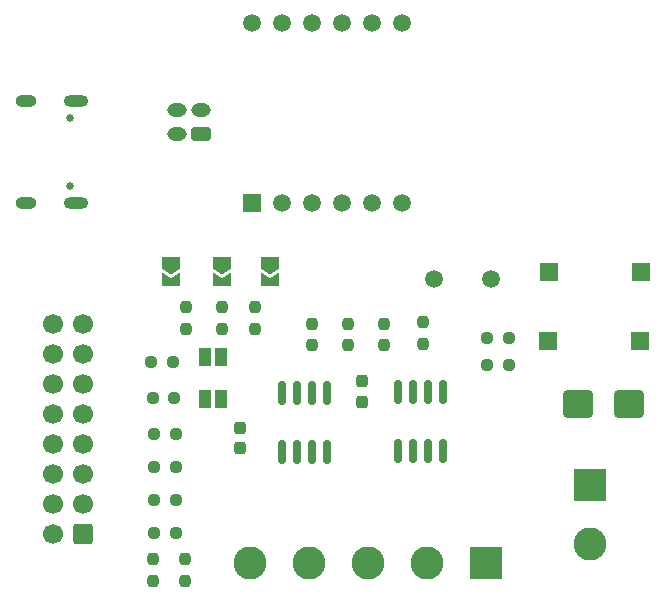
<source format=gbr>
%TF.GenerationSoftware,KiCad,Pcbnew,(6.0.0)*%
%TF.CreationDate,2023-05-26T23:18:24+03:00*%
%TF.ProjectId,uni_mcu_pcb,756e695f-6d63-4755-9f70-63622e6b6963,rev?*%
%TF.SameCoordinates,Original*%
%TF.FileFunction,Soldermask,Top*%
%TF.FilePolarity,Negative*%
%FSLAX46Y46*%
G04 Gerber Fmt 4.6, Leading zero omitted, Abs format (unit mm)*
G04 Created by KiCad (PCBNEW (6.0.0)) date 2023-05-26 23:18:24*
%MOMM*%
%LPD*%
G01*
G04 APERTURE LIST*
G04 Aperture macros list*
%AMRoundRect*
0 Rectangle with rounded corners*
0 $1 Rounding radius*
0 $2 $3 $4 $5 $6 $7 $8 $9 X,Y pos of 4 corners*
0 Add a 4 corners polygon primitive as box body*
4,1,4,$2,$3,$4,$5,$6,$7,$8,$9,$2,$3,0*
0 Add four circle primitives for the rounded corners*
1,1,$1+$1,$2,$3*
1,1,$1+$1,$4,$5*
1,1,$1+$1,$6,$7*
1,1,$1+$1,$8,$9*
0 Add four rect primitives between the rounded corners*
20,1,$1+$1,$2,$3,$4,$5,0*
20,1,$1+$1,$4,$5,$6,$7,0*
20,1,$1+$1,$6,$7,$8,$9,0*
20,1,$1+$1,$8,$9,$2,$3,0*%
%AMFreePoly0*
4,1,6,1.000000,0.000000,0.500000,-0.750000,-0.500000,-0.750000,-0.500000,0.750000,0.500000,0.750000,1.000000,0.000000,1.000000,0.000000,$1*%
%AMFreePoly1*
4,1,6,0.500000,-0.750000,-0.650000,-0.750000,-0.150000,0.000000,-0.650000,0.750000,0.500000,0.750000,0.500000,-0.750000,0.500000,-0.750000,$1*%
G04 Aperture macros list end*
%ADD10RoundRect,0.237500X0.237500X-0.250000X0.237500X0.250000X-0.237500X0.250000X-0.237500X-0.250000X0*%
%ADD11RoundRect,0.237500X-0.250000X-0.237500X0.250000X-0.237500X0.250000X0.237500X-0.250000X0.237500X0*%
%ADD12R,1.500000X1.500000*%
%ADD13C,1.500000*%
%ADD14RoundRect,0.250000X1.000000X0.900000X-1.000000X0.900000X-1.000000X-0.900000X1.000000X-0.900000X0*%
%ADD15RoundRect,0.237500X0.250000X0.237500X-0.250000X0.237500X-0.250000X-0.237500X0.250000X-0.237500X0*%
%ADD16R,1.000000X1.500000*%
%ADD17RoundRect,0.150000X-0.150000X0.825000X-0.150000X-0.825000X0.150000X-0.825000X0.150000X0.825000X0*%
%ADD18RoundRect,0.237500X-0.237500X0.250000X-0.237500X-0.250000X0.237500X-0.250000X0.237500X0.250000X0*%
%ADD19R,2.800000X2.800000*%
%ADD20C,2.800000*%
%ADD21FreePoly0,270.000000*%
%ADD22FreePoly1,270.000000*%
%ADD23RoundRect,0.237500X0.237500X-0.300000X0.237500X0.300000X-0.237500X0.300000X-0.237500X-0.300000X0*%
%ADD24RoundRect,0.250000X0.600000X0.600000X-0.600000X0.600000X-0.600000X-0.600000X0.600000X-0.600000X0*%
%ADD25C,1.700000*%
%ADD26RoundRect,0.250000X0.575000X-0.350000X0.575000X0.350000X-0.575000X0.350000X-0.575000X-0.350000X0*%
%ADD27O,1.650000X1.200000*%
%ADD28C,0.650000*%
%ADD29O,1.800000X1.000000*%
%ADD30O,2.100000X1.000000*%
G04 APERTURE END LIST*
D10*
%TO.C,R8*%
X109982000Y-152146000D03*
X109982000Y-150321000D03*
%TD*%
D11*
%TO.C,R30*%
X101449500Y-163830000D03*
X103274500Y-163830000D03*
%TD*%
D10*
%TO.C,R10*%
X104140000Y-152146000D03*
X104140000Y-150321000D03*
%TD*%
D12*
%TO.C,SW2*%
X142584000Y-153162000D03*
X134784000Y-153162000D03*
%TD*%
D10*
%TO.C,R7*%
X107188000Y-152146000D03*
X107188000Y-150321000D03*
%TD*%
%TO.C,R21*%
X120904000Y-153566500D03*
X120904000Y-151741500D03*
%TD*%
D13*
%TO.C,Y1*%
X125095000Y-147955000D03*
X129975000Y-147955000D03*
%TD*%
D14*
%TO.C,D4*%
X141596000Y-158496000D03*
X137296000Y-158496000D03*
%TD*%
D12*
%TO.C,U1*%
X109728000Y-141478000D03*
D13*
X112268000Y-141478000D03*
X114808000Y-141478000D03*
X117348000Y-141478000D03*
X119888000Y-141478000D03*
X122428000Y-141478000D03*
X122428000Y-126238000D03*
X119888000Y-126238000D03*
X117348000Y-126238000D03*
X114808000Y-126238000D03*
X112268000Y-126238000D03*
X109728000Y-126238000D03*
%TD*%
D15*
%TO.C,R28*%
X103020500Y-154940000D03*
X101195500Y-154940000D03*
%TD*%
D16*
%TO.C,D1*%
X105726000Y-158063500D03*
X107126000Y-158063500D03*
X107126000Y-154563500D03*
X105726000Y-154563500D03*
%TD*%
D11*
%TO.C,R29*%
X101449500Y-166624000D03*
X103274500Y-166624000D03*
%TD*%
D17*
%TO.C,Q5*%
X125857000Y-157545000D03*
X124587000Y-157545000D03*
X123317000Y-157545000D03*
X122047000Y-157545000D03*
X122047000Y-162495000D03*
X123317000Y-162495000D03*
X124587000Y-162495000D03*
X125857000Y-162495000D03*
%TD*%
D18*
%TO.C,R25*%
X104013000Y-171680500D03*
X104013000Y-173505500D03*
%TD*%
D15*
%TO.C,R13*%
X131468500Y-152908000D03*
X129643500Y-152908000D03*
%TD*%
D10*
%TO.C,R23*%
X124206000Y-153416000D03*
X124206000Y-151591000D03*
%TD*%
D12*
%TO.C,SW1*%
X142674000Y-147320000D03*
X134874000Y-147320000D03*
%TD*%
D11*
%TO.C,R15*%
X101449500Y-169418000D03*
X103274500Y-169418000D03*
%TD*%
D18*
%TO.C,R26*%
X101346000Y-171657000D03*
X101346000Y-173482000D03*
%TD*%
D19*
%TO.C,J4*%
X129540000Y-171958000D03*
D20*
X124540000Y-171958000D03*
X119540000Y-171958000D03*
X114540000Y-171958000D03*
X109540000Y-171958000D03*
%TD*%
D10*
%TO.C,R22*%
X114808000Y-153566500D03*
X114808000Y-151741500D03*
%TD*%
D21*
%TO.C,JP3*%
X102870000Y-146595000D03*
D22*
X102870000Y-148045000D03*
%TD*%
D10*
%TO.C,R24*%
X117856000Y-153566500D03*
X117856000Y-151741500D03*
%TD*%
D11*
%TO.C,R31*%
X101449500Y-161036000D03*
X103274500Y-161036000D03*
%TD*%
D15*
%TO.C,R14*%
X131468500Y-155194000D03*
X129643500Y-155194000D03*
%TD*%
D21*
%TO.C,JP1*%
X107188000Y-146595000D03*
D22*
X107188000Y-148045000D03*
%TD*%
D11*
%TO.C,R32*%
X101299000Y-157988000D03*
X103124000Y-157988000D03*
%TD*%
D23*
%TO.C,C8*%
X118999000Y-158342500D03*
X118999000Y-156617500D03*
%TD*%
D17*
%TO.C,Q6*%
X116078000Y-157610000D03*
X114808000Y-157610000D03*
X113538000Y-157610000D03*
X112268000Y-157610000D03*
X112268000Y-162560000D03*
X113538000Y-162560000D03*
X114808000Y-162560000D03*
X116078000Y-162560000D03*
%TD*%
D24*
%TO.C,J3*%
X95367500Y-169545000D03*
D25*
X92827500Y-169545000D03*
X95367500Y-167005000D03*
X92827500Y-167005000D03*
X95367500Y-164465000D03*
X92827500Y-164465000D03*
X95367500Y-161925000D03*
X92827500Y-161925000D03*
X95367500Y-159385000D03*
X92827500Y-159385000D03*
X95367500Y-156845000D03*
X92827500Y-156845000D03*
X95367500Y-154305000D03*
X92827500Y-154305000D03*
X95367500Y-151765000D03*
X92827500Y-151765000D03*
%TD*%
D21*
%TO.C,JP2*%
X111252000Y-146595000D03*
D22*
X111252000Y-148045000D03*
%TD*%
D19*
%TO.C,J2*%
X138303000Y-165354000D03*
D20*
X138303000Y-170354000D03*
%TD*%
D23*
%TO.C,C3*%
X108712000Y-162279500D03*
X108712000Y-160554500D03*
%TD*%
D26*
%TO.C,J5*%
X105394000Y-135636000D03*
D27*
X103394000Y-135636000D03*
X105394000Y-133636000D03*
X103394000Y-133636000D03*
%TD*%
D28*
%TO.C,J1*%
X94299000Y-140050000D03*
X94299000Y-134270000D03*
D29*
X90619000Y-141480000D03*
D30*
X94799000Y-141480000D03*
X94799000Y-132840000D03*
D29*
X90619000Y-132840000D03*
%TD*%
M02*

</source>
